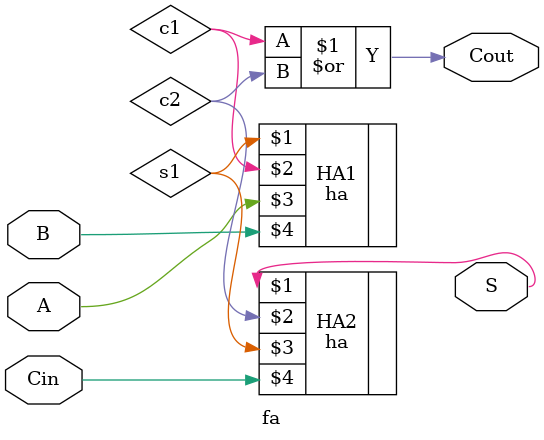
<source format=v>
module fa(
    output S,Cout,
    input A,B,Cin
    );
 wire s1,c1,c2;
 ha HA1(s1,c1,A,B);
 ha HA2(S,c2,s1,Cin);
 or OG1(Cout,c1,c2);

endmodule

</source>
